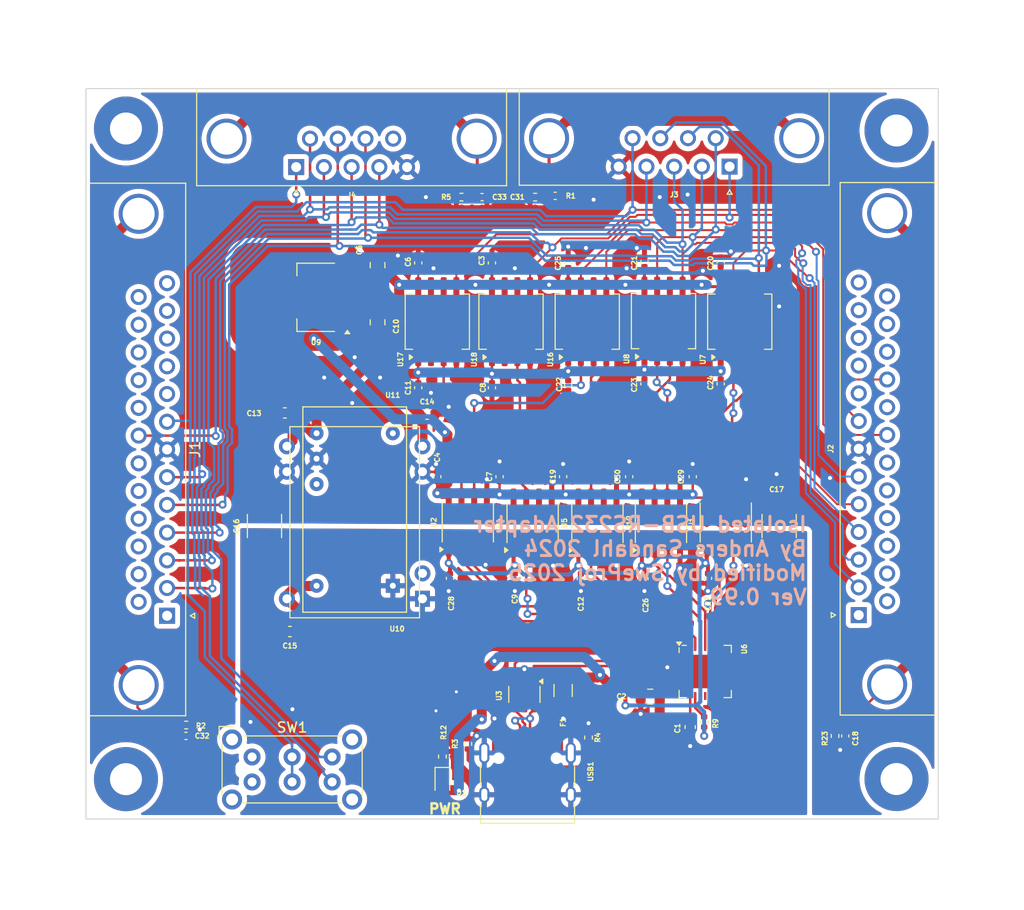
<source format=kicad_pcb>
(kicad_pcb
	(version 20241229)
	(generator "pcbnew")
	(generator_version "9.0")
	(general
		(thickness 1.6)
		(legacy_teardrops no)
	)
	(paper "A4")
	(title_block
		(title "USB-Serial")
		(date "2025-09-30")
		(rev "0.99")
		(company "SweProj")
	)
	(layers
		(0 "F.Cu" signal)
		(4 "In1.Cu" signal)
		(6 "In2.Cu" signal)
		(2 "B.Cu" signal)
		(13 "F.Paste" user)
		(15 "B.Paste" user)
		(5 "F.SilkS" user "F.Silkscreen")
		(7 "B.SilkS" user "B.Silkscreen")
		(1 "F.Mask" user)
		(3 "B.Mask" user)
		(17 "Dwgs.User" user "User.Drawings")
		(19 "Cmts.User" user "User.Comments")
		(25 "Edge.Cuts" user)
		(27 "Margin" user)
		(31 "F.CrtYd" user "F.Courtyard")
		(29 "B.CrtYd" user "B.Courtyard")
		(35 "F.Fab" user)
		(33 "B.Fab" user)
	)
	(setup
		(stackup
			(layer "F.SilkS"
				(type "Top Silk Screen")
			)
			(layer "F.Paste"
				(type "Top Solder Paste")
			)
			(layer "F.Mask"
				(type "Top Solder Mask")
				(thickness 0.01)
			)
			(layer "F.Cu"
				(type "copper")
				(thickness 0.035)
			)
			(layer "dielectric 1"
				(type "prepreg")
				(thickness 0.1)
				(material "FR4")
				(epsilon_r 4.5)
				(loss_tangent 0.02)
			)
			(layer "In1.Cu"
				(type "copper")
				(thickness 0.035)
			)
			(layer "dielectric 2"
				(type "core")
				(thickness 1.24)
				(material "FR4")
				(epsilon_r 4.5)
				(loss_tangent 0.02)
			)
			(layer "In2.Cu"
				(type "copper")
				(thickness 0.035)
			)
			(layer "dielectric 3"
				(type "prepreg")
				(thickness 0.1)
				(material "FR4")
				(epsilon_r 4.5)
				(loss_tangent 0.02)
			)
			(layer "B.Cu"
				(type "copper")
				(thickness 0.035)
			)
			(layer "B.Mask"
				(type "Bottom Solder Mask")
				(thickness 0.01)
			)
			(layer "B.Paste"
				(type "Bottom Solder Paste")
			)
			(layer "B.SilkS"
				(type "Bottom Silk Screen")
			)
			(copper_finish "None")
			(dielectric_constraints no)
		)
		(pad_to_mask_clearance 0)
		(allow_soldermask_bridges_in_footprints no)
		(tenting front back)
		(aux_axis_origin 74.93 33.02)
		(pcbplotparams
			(layerselection 0x00000000_00000000_55555555_5755f5ff)
			(plot_on_all_layers_selection 0x00000000_00000000_00000000_00000000)
			(disableapertmacros no)
			(usegerberextensions no)
			(usegerberattributes yes)
			(usegerberadvancedattributes yes)
			(creategerberjobfile yes)
			(dashed_line_dash_ratio 12.000000)
			(dashed_line_gap_ratio 3.000000)
			(svgprecision 4)
			(plotframeref no)
			(mode 1)
			(useauxorigin no)
			(hpglpennumber 1)
			(hpglpenspeed 20)
			(hpglpendiameter 15.000000)
			(pdf_front_fp_property_popups yes)
			(pdf_back_fp_property_popups yes)
			(pdf_metadata yes)
			(pdf_single_document no)
			(dxfpolygonmode yes)
			(dxfimperialunits yes)
			(dxfusepcbnewfont yes)
			(psnegative no)
			(psa4output no)
			(plot_black_and_white yes)
			(sketchpadsonfab no)
			(plotpadnumbers no)
			(hidednponfab no)
			(sketchdnponfab yes)
			(crossoutdnponfab yes)
			(subtractmaskfromsilk no)
			(outputformat 1)
			(mirror no)
			(drillshape 0)
			(scaleselection 1)
			(outputdirectory "gerber/")
		)
	)
	(net 0 "")
	(net 1 "VBUS")
	(net 2 "GND")
	(net 3 "Net-(USB1-CC1)")
	(net 4 "Net-(USB1-CC2)")
	(net 5 "Net-(USB1-DP1)")
	(net 6 "Net-(USB1-DN1)")
	(net 7 "unconnected-(USB1-SBU1-PadA8)")
	(net 8 "unconnected-(USB1-SBU2-PadB8)")
	(net 9 "+3.3V")
	(net 10 "unconnected-(U4-VIB-Pad3)")
	(net 11 "unconnected-(U4-VOB-Pad6)")
	(net 12 "Net-(U6-D-)")
	(net 13 "Net-(U6-D+)")
	(net 14 "unconnected-(U5-VOB-Pad6)")
	(net 15 "Net-(U6-~{RSTb})")
	(net 16 "unconnected-(U6-NC-Pad10)")
	(net 17 "unconnected-(U6-~{SUSPENDb}-Pad11)")
	(net 18 "unconnected-(U6-SUSPEND-Pad12)")
	(net 19 "unconnected-(U6-CHREN-Pad13)")
	(net 20 "unconnected-(U6-CHR1-Pad14)")
	(net 21 "unconnected-(U6-CHR0-Pad15)")
	(net 22 "unconnected-(U6-~{WAKEUP}{slash}GPIO.3-Pad16)")
	(net 23 "unconnected-(U6-RS485{slash}GPIO.2-Pad17)")
	(net 24 "unconnected-(U6-~{TXT}{slash}GPIO.0-Pad19)")
	(net 25 "unconnected-(U6-~{RXT}{slash}GPIO.1-Pad18)")
	(net 26 "unconnected-(U6-GPIO.6-Pad20)")
	(net 27 "unconnected-(U6-GPIO.5-Pad21)")
	(net 28 "unconnected-(U6-GPIO.4-Pad22)")
	(net 29 "unconnected-(U5-VIB-Pad3)")
	(net 30 "+5V")
	(net 31 "GND1")
	(net 32 "+12V")
	(net 33 "Net-(U3-VBUS)")
	(net 34 "~{RXD}")
	(net 35 "~{ISO_TXD}")
	(net 36 "~{CTS}")
	(net 37 "~{ISO_RTS}")
	(net 38 "~{TXD}")
	(net 39 "~{ISO_RXD}")
	(net 40 "~{RTS}")
	(net 41 "~{ISO_CTS}")
	(net 42 "-12V")
	(net 43 "unconnected-(U7-RTC-Pad6)")
	(net 44 "unconnected-(U8-RTC-Pad6)")
	(net 45 "unconnected-(U10-ON{slash}~{OFF}-Pad2)")
	(net 46 "unconnected-(U11-NC-Pad7)")
	(net 47 "Net-(D1-K)")
	(net 48 "unconnected-(J2-Pad1)")
	(net 49 "~{DSR}")
	(net 50 "unconnected-(J2-Pad9)")
	(net 51 "unconnected-(J2-Pad10)")
	(net 52 "unconnected-(J2-Pad11)")
	(net 53 "unconnected-(J2-Pad12)")
	(net 54 "unconnected-(J2-Pad13)")
	(net 55 "unconnected-(J2-P14-Pad14)")
	(net 56 "unconnected-(J2-P15-Pad15)")
	(net 57 "unconnected-(J2-P16-Pad16)")
	(net 58 "unconnected-(J2-P17-Pad17)")
	(net 59 "unconnected-(J2-P18-Pad18)")
	(net 60 "unconnected-(J2-P19-Pad19)")
	(net 61 "~{ISO_DTR}")
	(net 62 "unconnected-(J2-P21-Pad21)")
	(net 63 "unconnected-(J2-P23-Pad23)")
	(net 64 "unconnected-(J2-P24-Pad24)")
	(net 65 "unconnected-(J2-P25-Pad25)")
	(net 66 "/NULL")
	(net 67 "~{RI}")
	(net 68 "~{DCD}")
	(net 69 "~{DTR}")
	(net 70 "~{ISO_DSR}")
	(net 71 "~{ISO_RI}")
	(net 72 "~{ISO_DCD}")
	(net 73 "unconnected-(U16-RTC-Pad6)")
	(net 74 "unconnected-(U17-RTC-Pad6)")
	(net 75 "unconnected-(U17-DY-Pad7)")
	(net 76 "unconnected-(U17-DA-Pad2)")
	(net 77 "unconnected-(U18-DY-Pad7)")
	(net 78 "unconnected-(U18-DA-Pad2)")
	(net 79 "unconnected-(U18-RTC-Pad6)")
	(net 80 "Net-(J2-PAD)")
	(net 81 "unconnected-(J1-Pad1)")
	(net 82 "/RS_DCD")
	(net 83 "unconnected-(SW1A-A-Pad1)")
	(net 84 "unconnected-(J1-Pad9)")
	(net 85 "unconnected-(SW1B-A-Pad4)")
	(net 86 "unconnected-(J4-Pad9)")
	(net 87 "Net-(J3-PAD)")
	(net 88 "Net-(J1-PAD)")
	(net 89 "unconnected-(J1-P15-Pad15)")
	(net 90 "unconnected-(J1-Pad13)")
	(net 91 "unconnected-(J1-Pad11)")
	(net 92 "unconnected-(J1-P21-Pad21)")
	(net 93 "unconnected-(J1-P16-Pad16)")
	(net 94 "unconnected-(J1-P24-Pad24)")
	(net 95 "unconnected-(J1-Pad10)")
	(net 96 "unconnected-(J1-P23-Pad23)")
	(net 97 "unconnected-(J1-P22-Pad22)")
	(net 98 "unconnected-(J1-Pad12)")
	(net 99 "unconnected-(J1-P18-Pad18)")
	(net 100 "unconnected-(J1-P17-Pad17)")
	(net 101 "unconnected-(J1-P14-Pad14)")
	(net 102 "unconnected-(J1-P25-Pad25)")
	(net 103 "unconnected-(J1-P19-Pad19)")
	(net 104 "/RS_RTS")
	(net 105 "/RS_RX")
	(net 106 "/RS_DSR")
	(net 107 "/RS_CTS")
	(net 108 "/RS_RI")
	(net 109 "/RS_DTR")
	(net 110 "/RS_TX")
	(net 111 "Net-(J4-PAD)")
	(footprint "Capacitor_SMD:C_0402_1005Metric" (layer "F.Cu") (at 122.174 75.974 -90))
	(footprint "Package_SO:SOIC-8_3.9x4.9mm_P1.27mm" (layer "F.Cu") (at 110.998 70.423 90))
	(footprint "Capacitor_SMD:C_0402_1005Metric" (layer "F.Cu") (at 109.22 75.946 -90))
	(footprint "Connector_Dsub:DSUB-9_Socket_Horizontal_P2.77x2.84mm_EdgePinOffset4.94mm_Housed_MountingHolesOffset4.94mm" (layer "F.Cu") (at 87.37 34.844 180))
	(footprint "Capacitor_SMD:C_0402_1005Metric" (layer "F.Cu") (at 106.934 44.422 90))
	(footprint "usbserial:Converter_DCDC_CUI_INC_PEME2-xx-Dxx-D" (layer "F.Cu") (at 97.028 76.6865 180))
	(footprint "Capacitor_SMD:C_0402_1005Metric" (layer "F.Cu") (at 122.174 56.515 90))
	(footprint "Package_SO:SOIC-8_3.9x4.9mm_P1.27mm" (layer "F.Cu") (at 104.521 70.358 90))
	(footprint "Capacitor_SMD:C_0402_1005Metric" (layer "F.Cu") (at 129.794 56.515 90))
	(footprint "Resistor_SMD:R_0402_1005Metric" (layer "F.Cu") (at 104.521 92.488 -90))
	(footprint "Capacitor_SMD:C_0402_1005Metric" (layer "F.Cu") (at 114.046 65.786 90))
	(footprint "Resistor_SMD:R_0402_1005Metric" (layer "F.Cu") (at 103.886 37.846 180))
	(footprint "Connector_Dsub:DSUB-9_Pins_Horizontal_P2.77x2.84mm_EdgePinOffset4.94mm_Housed_MountingHolesOffset4.94mm" (layer "F.Cu") (at 130.683 34.798 180))
	(footprint "Capacitor_SMD:C_0603_1608Metric" (layer "F.Cu") (at 86.741 81.2585 180))
	(footprint "usbserial:SO-8_5.3x6.2mm_P1.27mm" (layer "F.Cu") (at 124.079 50.236 90))
	(footprint "Resistor_SMD:R_0402_1005Metric" (layer "F.Cu") (at 101.981 93.758 -90))
	(footprint "Capacitor_SMD:C_0402_1005Metric" (layer "F.Cu") (at 105.946 37.846))
	(footprint "LED_SMD:LED_0603_1608Metric" (layer "F.Cu") (at 101.981 96.3255 -90))
	(footprint "Capacitor_SMD:C_0402_1005Metric" (layer "F.Cu") (at 129.794 44.323 90))
	(footprint "Capacitor_SMD:C_0402_1005Metric" (layer "F.Cu") (at 102.743 75.946 -90))
	(footprint "Capacitor_SMD:C_0402_1005Metric" (layer "F.Cu") (at 106.934 56.896 90))
	(footprint "Capacitor_SMD:C_0402_1005Metric" (layer "F.Cu") (at 101.473 65.786 90))
	(footprint "Capacitor_SMD:C_0402_1005Metric" (layer "F.Cu") (at 99.568 44.422 90))
	(footprint "Capacitor_SMD:C_0402_1005Metric" (layer "F.Cu") (at 113.252 37.719))
	(footprint "Capacitor_SMD:C_0402_1005Metric" (layer "F.Cu") (at 114.554 44.422 90))
	(footprint "Resistor_SMD:R_0402_1005Metric" (layer "F.Cu") (at 141.224 91.696 -90))
	(footprint "Package_DFN_QFN:QFN-28-1EP_5x5mm_P0.5mm_EP3.35x3.35mm" (layer "F.Cu") (at 128.246 85.254))
	(footprint "Resistor_SMD:R_0402_1005Metric" (layer "F.Cu") (at 76.375 90.603))
	(footprint "Capacitor_SMD:C_1812_4532Metric_Pad1.57x3.40mm_HandSolder" (layer "F.Cu") (at 135.636 70.7175 -90))
	(footprint "MountingHole:MountingHole_3.2mm_M3_Pad" (layer "F.Cu") (at 70.358 96.012 90))
	(footprint "Capacitor_SMD:C_0805_2012Metric" (layer "F.Cu") (at 122.748 87.757))
	(footprint "Capacitor_SMD:C_0402_1005Metric" (layer "F.Cu") (at 99.568 56.896 90))
	(footprint "usbserial:SO-8_5.3x6.2mm_P1.27mm" (layer "F.Cu") (at 108.839 50.292 90))
	(footprint "MountingHole:MountingHole_3.2mm_M3_Pad" (layer "F.Cu") (at 147.367653 96))
	(footprint "usbserial:SO-8_5.3x6.2mm_P1.27mm" (layer "F.Cu") (at 131.699 50.292 90))
	(footprint "Connector_Dsub:DSUB-25_Pins_Horizontal_P2.77x2.84mm_EdgePinOffset4.94mm_Housed_MountingHolesOffset4.94mm"
		(layer "F.Cu")
		(uuid "8ad1b1e8-4d29-4d62-87b2-a8f651b10702")
		(at 143.591 79.617 90)
		(descr "25-pin D-Sub connector, horizontal/angled (90 deg), THT-mount, pins (male), pitch 2.77x2.84mm, pin-PCB-offset 4.94mm, distance of mounting holes 47.1mm, distance of mounting holes to PCB edge 4.94mm, see https://disti-assets.s3.amazonaws.com/tonar/files/datasheets/16730.pdf")
		(tags "25-pin D-Sub connector horizontal angled 90deg THT pins pitch 2.77x2.84mm pin-PCB-offset 4.94mm mounting-holes-distance 47.1mm mounting-hole-offset 4.94mm")
		(property "Reference" "J2"
			(at 16.62 -2.8 90)
			(layer "F.SilkS")
			(uuid "4126e998-aa92-422f-b439-9b7ff097d51d")
			(effects
				(font
					(size 0.5 0.5)
					(thickness 0.2)
				)
			)
		)
		(property "Value" "DB25_Male"
			(at 16.62 15.68 90)
			(layer "F.Fab")
			(uuid "fadba640-6742-4925-b1c8-4cb18dc55d68")
			(effects
				(font
					(size 1 1)
					(thickness 0.15)
				)
			)
		)
		(property "Datasheet" "~"
			(at 0 0 90)
			(layer "F.Fab")
			(hide yes)
			(uuid "44cb7a87-7a70-4e6c-b44d-58364bb3755d")
			(effects
				(font
					(size 1.27 1.27)
					(thickness 0.15)
				)
			)
		)
		(property "Description" "25-pin male plug pin D-SUB connector, Mounting Hole"
			(at 0 0 90)
			(layer "F.Fab")
			(hide yes)
			(uuid "2a3048ca-9d44-4928-8f53-14abfd1792d7")
			(effects
				(font
					(size 1.27 1.27)
					(thickness 0.15)
				)
			)
		)
		(property "LCSC" "C75751"
			(at 0 0 90)
			(unlocked yes)
			(layer "F.Fab")
			(hide yes)
			(uuid "468663bf-29b2-4fde-9380-a0c9c5c6febf")
			(effects
				(font
					(size 1 1)
					(thickness 0.15)
				)
			)
		)
		(property ki_fp_filters "DSUB*Male*")
		(path "/92c9b8c2-a9ae-46a0-9e41-59713b7e25e1")
		(sheetname "/")
		(sheetfile "usb-serial.kicad_sch")
		(attr through_hole)
		(fp_line
			(start 0.25 -2.754338)
			(end 0 -2.321325)
			(stroke
				(width 0.12)
				(type solid)
			)
			(layer "F.SilkS")
			(uuid "7908e8a4-9aaa-4836-85ba-0798fe06e8a4")
		)
		(fp_line
			(start -0.25 -2.754338)
			(end 0.25 -2.754338)
			(stroke
				(width 0.12)
				(type solid)
			)
			(layer "F.SilkS")
			(uuid "abd1dc1b-1472-4782-acd4-57736646d7b1")
		)
		(fp_line
			(start 0 -2.321325)
			(end -0.25 -2.754338)
			(stroke
				(width 0.12)
				(type solid)
			)
			(layer "F.SilkS")
			(uuid "f4884c4a-6fe9-4e22-98fc-493ffec44e48")
		)
		(fp_line
			(start 43.23 -1.86)
			(end 43.23 7.72)
			(stroke
				(width 0.12)
				(type solid)
			)
			(layer "F.SilkS")
			(uuid "19238d55-981d-4694-82ed-9f3c46af3e7d")
		)
		(fp_line
			(start -9.99 -1.86)
			(end 43.23 -1.86)
			(stroke
				(width 0.12)
				(type solid)
			)
			(layer "F.SilkS")
			(uuid "cc7b5997-1d1d-4c28-bf8a-0572222f3f85")
		)
		(fp_line
			(start -9.99 7.72)
			(end -9.99 -1.86)
			(stroke
				(width 0.12)
				(type solid)
			)
			(layer "F.SilkS")
			(uuid "594d09a8-a7ed-4c8b-a893-642b5af9d1b4")
		)
		(fp_line
			(start 43.67 -2.31)
			(end -10.43 -2.31)
			(stroke
				(width 0.05)
				(type solid)
			)
			(layer "F.CrtYd")
			(uuid "6e77e756-1dfc-42ca-927a-9e2393ce1d23")
		)
		(fp_line
			(start -10.43 -2.31)
			(end -10.43 14.68)
			(stroke
				(width 0.05)
				(type solid)
			)
			(layer "F.CrtYd")
			(uuid "d17f1a17-46f6-4af3-a8d0-5d316c3a54d2")
		)
		(fp_line
			(start 43.67 14.68)
			(end 43.67 -2.31)
			(stroke
				(width 0.05)
				(type solid)
			)
			(layer "F.CrtYd")
			(uuid "72b09b8a-abb7-4285-812a-3d97e70883ff")
		)
		(fp_line
			(start -10.43 14.68)
			(end 43.67 14.68)
			(stroke
				(width 0.05)
				(type solid)
			)
			(layer "F.CrtYd")
			(uuid "ef0190c4-3c82-488b-8791-bfc1b92e7224")
		)
		(fp_line
			(start 43.17 -1.8)
			(end -9.93 -1.8)
			(stroke
				(width 0.1)
				(type solid)
			)
			(layer "F.Fab")
			(uuid "54bc46ef-7b74-4124-a1a1-5164ae403776")
		)
		(fp_line
			(start -9.93 -1.8)
			(end -9.93 7.78)
			(stroke
				(width 0.1)
				(type solid)
			)
			(layer "F.Fab")
			(uuid "1db1f642-626f-4c2d-9908-bcdcdd7b5005")
		)
		(fp_line
			(start 43.17 7.78)
			(end 43.17 -1.8)
			(stroke
				(width 0.1)
				(type solid)
			)
			(layer "F.Fab")
			
... [1697402 chars truncated]
</source>
